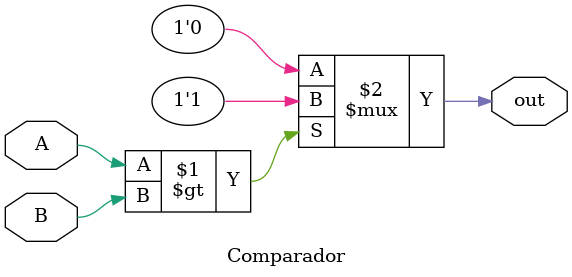
<source format=v>

module Comparador(A,B,out);
 
  input A,B;
  output out;

  assign out =(A>B)?1'b1:1'b0;
  
  endmodule
</source>
